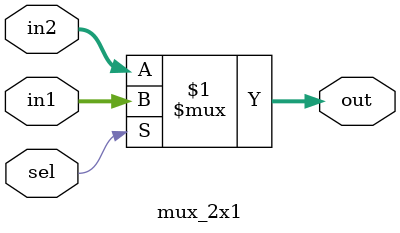
<source format=sv>
module mux_2x1#(
    parameter n =4
)(
    input wire [n-1:0] in1,
    input wire [n-1:0] in2,
    input wire sel,
    output wire [n-1:0] out

);

    assign out = sel? in1 : in2;

endmodule : mux_2x1
</source>
